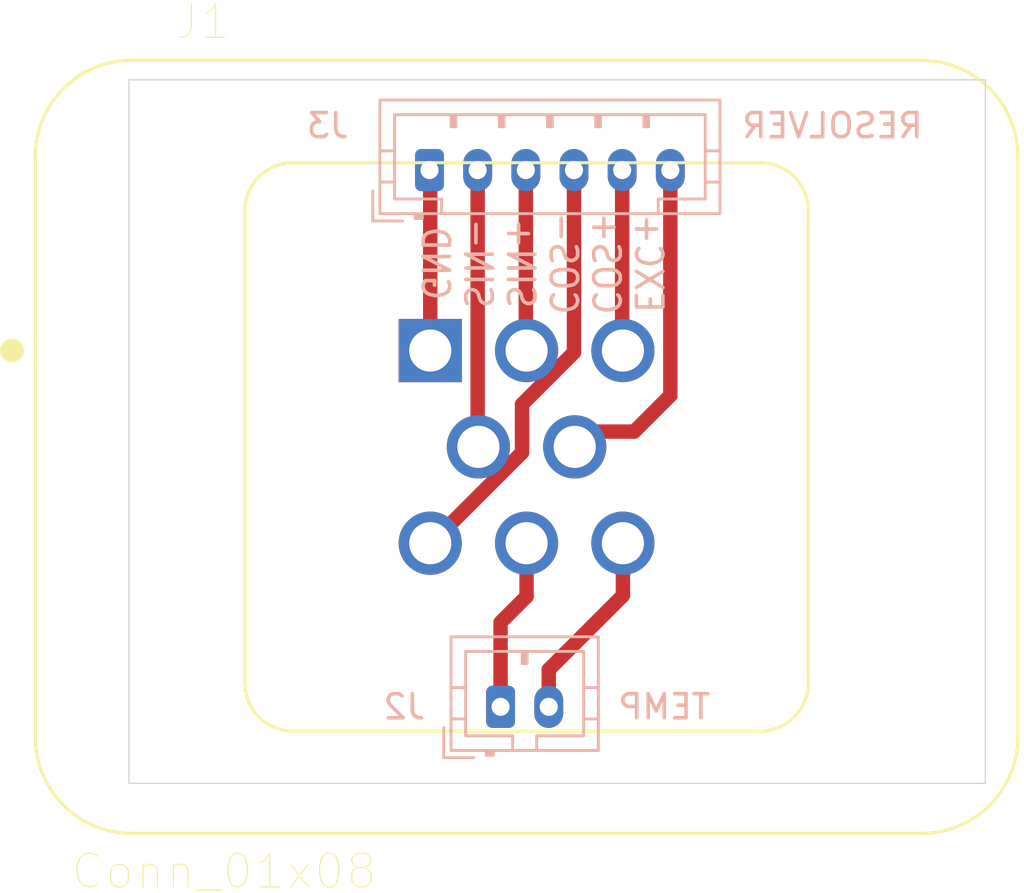
<source format=kicad_pcb>
(kicad_pcb (version 20171130) (host pcbnew 5.1.7-a382d34a8~88~ubuntu18.04.1)

  (general
    (thickness 1.6)
    (drawings 7)
    (tracks 22)
    (zones 0)
    (modules 3)
    (nets 9)
  )

  (page A4)
  (layers
    (0 F.Cu signal)
    (31 B.Cu signal)
    (32 B.Adhes user)
    (33 F.Adhes user)
    (34 B.Paste user)
    (35 F.Paste user)
    (36 B.SilkS user)
    (37 F.SilkS user)
    (38 B.Mask user)
    (39 F.Mask user)
    (40 Dwgs.User user)
    (41 Cmts.User user)
    (42 Eco1.User user)
    (43 Eco2.User user)
    (44 Edge.Cuts user)
    (45 Margin user)
    (46 B.CrtYd user)
    (47 F.CrtYd user)
    (48 B.Fab user hide)
    (49 F.Fab user hide)
  )

  (setup
    (last_trace_width 0.6)
    (user_trace_width 0.3)
    (user_trace_width 0.6)
    (trace_clearance 0.2)
    (zone_clearance 0.508)
    (zone_45_only no)
    (trace_min 0.2)
    (via_size 0.8)
    (via_drill 0.4)
    (via_min_size 0.4)
    (via_min_drill 0.3)
    (uvia_size 0.3)
    (uvia_drill 0.1)
    (uvias_allowed no)
    (uvia_min_size 0.2)
    (uvia_min_drill 0.1)
    (edge_width 0.05)
    (segment_width 0.2)
    (pcb_text_width 0.3)
    (pcb_text_size 1.5 1.5)
    (mod_edge_width 0.12)
    (mod_text_size 1 1)
    (mod_text_width 0.15)
    (pad_size 1.524 1.524)
    (pad_drill 0.762)
    (pad_to_mask_clearance 0)
    (aux_axis_origin 0 0)
    (visible_elements FFFFFF7F)
    (pcbplotparams
      (layerselection 0x010fc_ffffffff)
      (usegerberextensions false)
      (usegerberattributes true)
      (usegerberadvancedattributes true)
      (creategerberjobfile true)
      (excludeedgelayer true)
      (linewidth 0.100000)
      (plotframeref false)
      (viasonmask false)
      (mode 1)
      (useauxorigin false)
      (hpglpennumber 1)
      (hpglpenspeed 20)
      (hpglpendiameter 15.000000)
      (psnegative false)
      (psa4output false)
      (plotreference true)
      (plotvalue true)
      (plotinvisibletext false)
      (padsonsilk false)
      (subtractmaskfromsilk false)
      (outputformat 1)
      (mirror false)
      (drillshape 1)
      (scaleselection 1)
      (outputdirectory ""))
  )

  (net 0 "")
  (net 1 /TEMP-)
  (net 2 /TEMP+)
  (net 3 /COS-)
  (net 4 /EXC+)
  (net 5 /SIN-)
  (net 6 /COS+)
  (net 7 /SIN+)
  (net 8 GND)

  (net_class Default "This is the default net class."
    (clearance 0.2)
    (trace_width 0.25)
    (via_dia 0.8)
    (via_drill 0.4)
    (uvia_dia 0.3)
    (uvia_drill 0.1)
    (add_net /COS+)
    (add_net /COS-)
    (add_net /EXC+)
    (add_net /SIN+)
    (add_net /SIN-)
    (add_net /TEMP+)
    (add_net /TEMP-)
    (add_net GND)
  )

  (module AERO_CUSTOM:TE_1-776276-1_8pin_Vertical (layer F.Cu) (tedit 5CA51419) (tstamp 5FFCEB89)
    (at 138.43 72.39)
    (path /5FFBB53E)
    (fp_text reference J1 (at -13.4511 -17.6484) (layer F.SilkS)
      (effects (font (size 1.40074 1.40074) (thickness 0.05)))
    )
    (fp_text value Conn_01x08 (at -12.5639 17.6235) (layer F.SilkS)
      (effects (font (size 1.40099 1.40099) (thickness 0.05)))
    )
    (fp_arc (start -16.65 -12.3) (end -20.65 -12.3) (angle 90) (layer Eco1.User) (width 0.05))
    (fp_arc (start 16.65 -12.3) (end 16.65 -16.3) (angle 90) (layer Eco1.User) (width 0.05))
    (fp_arc (start 16.65 12.3) (end 20.65 12.3) (angle 90) (layer Eco1.User) (width 0.05))
    (fp_arc (start -16.65 12.3) (end -16.65 16.3) (angle 90) (layer Eco1.User) (width 0.05))
    (fp_arc (start 9.7 9.8) (end 9.7 11.8) (angle -90) (layer Eco2.User) (width 0.127))
    (fp_arc (start 9.7 -9.8) (end 11.7 -9.8) (angle -90) (layer Eco2.User) (width 0.127))
    (fp_arc (start -9.7 -9.8) (end -9.7 -11.8) (angle -90) (layer Eco2.User) (width 0.127))
    (fp_arc (start -9.7 9.8) (end -11.7 9.8) (angle -90) (layer Eco2.User) (width 0.127))
    (fp_arc (start -16.4 -12.05) (end -20.4 -12.05) (angle 90) (layer Eco2.User) (width 0.127))
    (fp_arc (start 16.4 -12.05) (end 16.4 -16.05) (angle 90) (layer Eco2.User) (width 0.127))
    (fp_arc (start 16.4 12.05) (end 20.4 12.05) (angle 90) (layer Eco2.User) (width 0.127))
    (fp_arc (start -16.4 12.05) (end -16.4 16.05) (angle 90) (layer Eco2.User) (width 0.127))
    (fp_arc (start 9.7 9.8) (end 9.7 11.8) (angle -90) (layer F.SilkS) (width 0.127))
    (fp_arc (start 9.7 -9.8) (end 11.7 -9.8) (angle -90) (layer F.SilkS) (width 0.127))
    (fp_arc (start -9.7 -9.8) (end -9.7 -11.8) (angle -90) (layer F.SilkS) (width 0.127))
    (fp_arc (start -9.7 9.8) (end -11.7 9.8) (angle -90) (layer F.SilkS) (width 0.127))
    (fp_arc (start -16.4 -12.05) (end -20.4 -12.05) (angle 90) (layer F.SilkS) (width 0.127))
    (fp_arc (start 16.4 -12.05) (end 16.4 -16.05) (angle 90) (layer F.SilkS) (width 0.127))
    (fp_arc (start 16.4 12.05) (end 20.4 12.05) (angle 90) (layer F.SilkS) (width 0.127))
    (fp_arc (start -16.4 12.05) (end -16.4 16.05) (angle 90) (layer F.SilkS) (width 0.127))
    (fp_line (start -20.4 -12.05) (end -20.4 12.05) (layer F.SilkS) (width 0.127))
    (fp_line (start -16.4 16.05) (end 16.4 16.05) (layer F.SilkS) (width 0.127))
    (fp_line (start 20.4 12.05) (end 20.4 -12.05) (layer F.SilkS) (width 0.127))
    (fp_line (start 16.4 -16.05) (end -16.4 -16.05) (layer F.SilkS) (width 0.127))
    (fp_line (start 9.7 11.8) (end -9.7 11.8) (layer F.SilkS) (width 0.127))
    (fp_line (start -11.7 9.8) (end -11.7 -9.8) (layer F.SilkS) (width 0.127))
    (fp_line (start -9.7 -11.8) (end 9.7 -11.8) (layer F.SilkS) (width 0.127))
    (fp_line (start 11.7 -9.8) (end 11.7 9.8) (layer F.SilkS) (width 0.127))
    (fp_circle (center -21.365 -4) (end -21.115 -4) (layer F.SilkS) (width 0.5))
    (fp_line (start -20.4 -12.05) (end -20.4 12.05) (layer Eco2.User) (width 0.127))
    (fp_line (start -16.4 16.05) (end 16.4 16.05) (layer Eco2.User) (width 0.127))
    (fp_line (start 20.4 12.05) (end 20.4 -12.05) (layer Eco2.User) (width 0.127))
    (fp_line (start 16.4 -16.05) (end -16.4 -16.05) (layer Eco2.User) (width 0.127))
    (fp_line (start 9.7 11.8) (end -9.7 11.8) (layer Eco2.User) (width 0.127))
    (fp_line (start -11.7 9.8) (end -11.7 -9.8) (layer Eco2.User) (width 0.127))
    (fp_line (start -9.7 -11.8) (end 9.7 -11.8) (layer Eco2.User) (width 0.127))
    (fp_line (start 11.7 -9.8) (end 11.7 9.8) (layer Eco2.User) (width 0.127))
    (fp_line (start -20.65 -12.3) (end -20.65 12.3) (layer Eco1.User) (width 0.05))
    (fp_line (start -16.65 16.3) (end 16.65 16.3) (layer Eco1.User) (width 0.05))
    (fp_line (start 20.65 12.3) (end 20.65 -12.3) (layer Eco1.User) (width 0.05))
    (fp_line (start 16.65 -16.3) (end -16.65 -16.3) (layer Eco1.User) (width 0.05))
    (pad Hole np_thru_hole circle (at 15.2 7.3) (size 2 2) (drill 2) (layers *.Cu *.Mask F.SilkS))
    (pad Hole np_thru_hole circle (at -15.2 7.3) (size 2 2) (drill 2) (layers *.Cu *.Mask F.SilkS))
    (pad Hole np_thru_hole circle (at 13.7 -10.8) (size 2 2) (drill 2) (layers *.Cu *.Mask F.SilkS))
    (pad Hole np_thru_hole circle (at -13.7 -10.8) (size 2 2) (drill 2) (layers *.Cu *.Mask F.SilkS))
    (pad 8 thru_hole circle (at 4 4) (size 2.625 2.625) (drill 1.75) (layers *.Cu *.Mask)
      (net 1 /TEMP-))
    (pad 7 thru_hole circle (at 0 4) (size 2.625 2.625) (drill 1.75) (layers *.Cu *.Mask)
      (net 2 /TEMP+))
    (pad 6 thru_hole circle (at -4 4) (size 2.625 2.625) (drill 1.75) (layers *.Cu *.Mask)
      (net 3 /COS-))
    (pad 5 thru_hole circle (at 2 0) (size 2.625 2.625) (drill 1.75) (layers *.Cu *.Mask)
      (net 4 /EXC+))
    (pad 4 thru_hole circle (at -2 0) (size 2.625 2.625) (drill 1.75) (layers *.Cu *.Mask)
      (net 5 /SIN-))
    (pad 3 thru_hole circle (at 4 -4) (size 2.625 2.625) (drill 1.75) (layers *.Cu *.Mask)
      (net 6 /COS+))
    (pad 2 thru_hole circle (at 0 -4) (size 2.625 2.625) (drill 1.75) (layers *.Cu *.Mask)
      (net 7 /SIN+))
    (pad 1 thru_hole rect (at -4 -4) (size 2.625 2.625) (drill 1.75) (layers *.Cu *.Mask)
      (net 8 GND))
    (model /home/cullen/Documents/AERO/KiCad/libraries/Connector_TE-AMPSEAL.pretty/3d/c-1-776276-2-d-3d.stp
      (offset (xyz 0 0 34.28999948501587))
      (scale (xyz 1 1 1))
      (rotate (xyz 0 0 0))
    )
  )

  (module Connector_JST:JST_PH_B6B-PH-K_1x06_P2.00mm_Vertical (layer B.Cu) (tedit 5B7745C2) (tstamp 5FFCE401)
    (at 134.399 60.8965)
    (descr "JST PH series connector, B6B-PH-K (http://www.jst-mfg.com/product/pdf/eng/ePH.pdf), generated with kicad-footprint-generator")
    (tags "connector JST PH side entry")
    (path /5FFBC89E)
    (fp_text reference J3 (at -4.224 -1.8415) (layer B.SilkS)
      (effects (font (size 1 1) (thickness 0.15)) (justify mirror))
    )
    (fp_text value Conn_01x06 (at 5 -4) (layer B.Fab)
      (effects (font (size 1 1) (thickness 0.15)) (justify mirror))
    )
    (fp_text user %R (at 5 -1.5) (layer B.Fab)
      (effects (font (size 1 1) (thickness 0.15)) (justify mirror))
    )
    (fp_line (start -2.06 1.81) (end -2.06 -2.91) (layer B.SilkS) (width 0.12))
    (fp_line (start -2.06 -2.91) (end 12.06 -2.91) (layer B.SilkS) (width 0.12))
    (fp_line (start 12.06 -2.91) (end 12.06 1.81) (layer B.SilkS) (width 0.12))
    (fp_line (start 12.06 1.81) (end -2.06 1.81) (layer B.SilkS) (width 0.12))
    (fp_line (start -0.3 1.81) (end -0.3 2.01) (layer B.SilkS) (width 0.12))
    (fp_line (start -0.3 2.01) (end -0.6 2.01) (layer B.SilkS) (width 0.12))
    (fp_line (start -0.6 2.01) (end -0.6 1.81) (layer B.SilkS) (width 0.12))
    (fp_line (start -0.3 1.91) (end -0.6 1.91) (layer B.SilkS) (width 0.12))
    (fp_line (start 0.5 1.81) (end 0.5 1.2) (layer B.SilkS) (width 0.12))
    (fp_line (start 0.5 1.2) (end -1.45 1.2) (layer B.SilkS) (width 0.12))
    (fp_line (start -1.45 1.2) (end -1.45 -2.3) (layer B.SilkS) (width 0.12))
    (fp_line (start -1.45 -2.3) (end 11.45 -2.3) (layer B.SilkS) (width 0.12))
    (fp_line (start 11.45 -2.3) (end 11.45 1.2) (layer B.SilkS) (width 0.12))
    (fp_line (start 11.45 1.2) (end 9.5 1.2) (layer B.SilkS) (width 0.12))
    (fp_line (start 9.5 1.2) (end 9.5 1.81) (layer B.SilkS) (width 0.12))
    (fp_line (start -2.06 0.5) (end -1.45 0.5) (layer B.SilkS) (width 0.12))
    (fp_line (start -2.06 -0.8) (end -1.45 -0.8) (layer B.SilkS) (width 0.12))
    (fp_line (start 12.06 0.5) (end 11.45 0.5) (layer B.SilkS) (width 0.12))
    (fp_line (start 12.06 -0.8) (end 11.45 -0.8) (layer B.SilkS) (width 0.12))
    (fp_line (start 0.9 -2.3) (end 0.9 -1.8) (layer B.SilkS) (width 0.12))
    (fp_line (start 0.9 -1.8) (end 1.1 -1.8) (layer B.SilkS) (width 0.12))
    (fp_line (start 1.1 -1.8) (end 1.1 -2.3) (layer B.SilkS) (width 0.12))
    (fp_line (start 1 -2.3) (end 1 -1.8) (layer B.SilkS) (width 0.12))
    (fp_line (start 2.9 -2.3) (end 2.9 -1.8) (layer B.SilkS) (width 0.12))
    (fp_line (start 2.9 -1.8) (end 3.1 -1.8) (layer B.SilkS) (width 0.12))
    (fp_line (start 3.1 -1.8) (end 3.1 -2.3) (layer B.SilkS) (width 0.12))
    (fp_line (start 3 -2.3) (end 3 -1.8) (layer B.SilkS) (width 0.12))
    (fp_line (start 4.9 -2.3) (end 4.9 -1.8) (layer B.SilkS) (width 0.12))
    (fp_line (start 4.9 -1.8) (end 5.1 -1.8) (layer B.SilkS) (width 0.12))
    (fp_line (start 5.1 -1.8) (end 5.1 -2.3) (layer B.SilkS) (width 0.12))
    (fp_line (start 5 -2.3) (end 5 -1.8) (layer B.SilkS) (width 0.12))
    (fp_line (start 6.9 -2.3) (end 6.9 -1.8) (layer B.SilkS) (width 0.12))
    (fp_line (start 6.9 -1.8) (end 7.1 -1.8) (layer B.SilkS) (width 0.12))
    (fp_line (start 7.1 -1.8) (end 7.1 -2.3) (layer B.SilkS) (width 0.12))
    (fp_line (start 7 -2.3) (end 7 -1.8) (layer B.SilkS) (width 0.12))
    (fp_line (start 8.9 -2.3) (end 8.9 -1.8) (layer B.SilkS) (width 0.12))
    (fp_line (start 8.9 -1.8) (end 9.1 -1.8) (layer B.SilkS) (width 0.12))
    (fp_line (start 9.1 -1.8) (end 9.1 -2.3) (layer B.SilkS) (width 0.12))
    (fp_line (start 9 -2.3) (end 9 -1.8) (layer B.SilkS) (width 0.12))
    (fp_line (start -1.11 2.11) (end -2.36 2.11) (layer B.SilkS) (width 0.12))
    (fp_line (start -2.36 2.11) (end -2.36 0.86) (layer B.SilkS) (width 0.12))
    (fp_line (start -1.11 2.11) (end -2.36 2.11) (layer B.Fab) (width 0.1))
    (fp_line (start -2.36 2.11) (end -2.36 0.86) (layer B.Fab) (width 0.1))
    (fp_line (start -1.95 1.7) (end -1.95 -2.8) (layer B.Fab) (width 0.1))
    (fp_line (start -1.95 -2.8) (end 11.95 -2.8) (layer B.Fab) (width 0.1))
    (fp_line (start 11.95 -2.8) (end 11.95 1.7) (layer B.Fab) (width 0.1))
    (fp_line (start 11.95 1.7) (end -1.95 1.7) (layer B.Fab) (width 0.1))
    (fp_line (start -2.45 2.2) (end -2.45 -3.3) (layer B.CrtYd) (width 0.05))
    (fp_line (start -2.45 -3.3) (end 12.45 -3.3) (layer B.CrtYd) (width 0.05))
    (fp_line (start 12.45 -3.3) (end 12.45 2.2) (layer B.CrtYd) (width 0.05))
    (fp_line (start 12.45 2.2) (end -2.45 2.2) (layer B.CrtYd) (width 0.05))
    (pad 6 thru_hole oval (at 10 0) (size 1.2 1.75) (drill 0.75) (layers *.Cu *.Mask)
      (net 4 /EXC+))
    (pad 5 thru_hole oval (at 8 0) (size 1.2 1.75) (drill 0.75) (layers *.Cu *.Mask)
      (net 6 /COS+))
    (pad 4 thru_hole oval (at 6 0) (size 1.2 1.75) (drill 0.75) (layers *.Cu *.Mask)
      (net 3 /COS-))
    (pad 3 thru_hole oval (at 4 0) (size 1.2 1.75) (drill 0.75) (layers *.Cu *.Mask)
      (net 7 /SIN+))
    (pad 2 thru_hole oval (at 2 0) (size 1.2 1.75) (drill 0.75) (layers *.Cu *.Mask)
      (net 5 /SIN-))
    (pad 1 thru_hole roundrect (at 0 0) (size 1.2 1.75) (drill 0.75) (layers *.Cu *.Mask) (roundrect_rratio 0.208333)
      (net 8 GND))
    (model ${KISYS3DMOD}/Connector_JST.3dshapes/JST_PH_B6B-PH-K_1x06_P2.00mm_Vertical.wrl
      (at (xyz 0 0 0))
      (scale (xyz 1 1 1))
      (rotate (xyz 0 0 0))
    )
  )

  (module Connector_JST:JST_PH_B2B-PH-K_1x02_P2.00mm_Vertical (layer B.Cu) (tedit 5B7745C2) (tstamp 5FFCEDDF)
    (at 137.3505 83.185)
    (descr "JST PH series connector, B2B-PH-K (http://www.jst-mfg.com/product/pdf/eng/ePH.pdf), generated with kicad-footprint-generator")
    (tags "connector JST PH side entry")
    (path /5FFBC0C0)
    (fp_text reference J2 (at -4.0005 0) (layer B.SilkS)
      (effects (font (size 1 1) (thickness 0.15)) (justify mirror))
    )
    (fp_text value Conn_01x02 (at 1 -4) (layer B.Fab)
      (effects (font (size 1 1) (thickness 0.15)) (justify mirror))
    )
    (fp_text user %R (at 1 -1.5) (layer B.Fab)
      (effects (font (size 1 1) (thickness 0.15)) (justify mirror))
    )
    (fp_line (start -2.06 1.81) (end -2.06 -2.91) (layer B.SilkS) (width 0.12))
    (fp_line (start -2.06 -2.91) (end 4.06 -2.91) (layer B.SilkS) (width 0.12))
    (fp_line (start 4.06 -2.91) (end 4.06 1.81) (layer B.SilkS) (width 0.12))
    (fp_line (start 4.06 1.81) (end -2.06 1.81) (layer B.SilkS) (width 0.12))
    (fp_line (start -0.3 1.81) (end -0.3 2.01) (layer B.SilkS) (width 0.12))
    (fp_line (start -0.3 2.01) (end -0.6 2.01) (layer B.SilkS) (width 0.12))
    (fp_line (start -0.6 2.01) (end -0.6 1.81) (layer B.SilkS) (width 0.12))
    (fp_line (start -0.3 1.91) (end -0.6 1.91) (layer B.SilkS) (width 0.12))
    (fp_line (start 0.5 1.81) (end 0.5 1.2) (layer B.SilkS) (width 0.12))
    (fp_line (start 0.5 1.2) (end -1.45 1.2) (layer B.SilkS) (width 0.12))
    (fp_line (start -1.45 1.2) (end -1.45 -2.3) (layer B.SilkS) (width 0.12))
    (fp_line (start -1.45 -2.3) (end 3.45 -2.3) (layer B.SilkS) (width 0.12))
    (fp_line (start 3.45 -2.3) (end 3.45 1.2) (layer B.SilkS) (width 0.12))
    (fp_line (start 3.45 1.2) (end 1.5 1.2) (layer B.SilkS) (width 0.12))
    (fp_line (start 1.5 1.2) (end 1.5 1.81) (layer B.SilkS) (width 0.12))
    (fp_line (start -2.06 0.5) (end -1.45 0.5) (layer B.SilkS) (width 0.12))
    (fp_line (start -2.06 -0.8) (end -1.45 -0.8) (layer B.SilkS) (width 0.12))
    (fp_line (start 4.06 0.5) (end 3.45 0.5) (layer B.SilkS) (width 0.12))
    (fp_line (start 4.06 -0.8) (end 3.45 -0.8) (layer B.SilkS) (width 0.12))
    (fp_line (start 0.9 -2.3) (end 0.9 -1.8) (layer B.SilkS) (width 0.12))
    (fp_line (start 0.9 -1.8) (end 1.1 -1.8) (layer B.SilkS) (width 0.12))
    (fp_line (start 1.1 -1.8) (end 1.1 -2.3) (layer B.SilkS) (width 0.12))
    (fp_line (start 1 -2.3) (end 1 -1.8) (layer B.SilkS) (width 0.12))
    (fp_line (start -1.11 2.11) (end -2.36 2.11) (layer B.SilkS) (width 0.12))
    (fp_line (start -2.36 2.11) (end -2.36 0.86) (layer B.SilkS) (width 0.12))
    (fp_line (start -1.11 2.11) (end -2.36 2.11) (layer B.Fab) (width 0.1))
    (fp_line (start -2.36 2.11) (end -2.36 0.86) (layer B.Fab) (width 0.1))
    (fp_line (start -1.95 1.7) (end -1.95 -2.8) (layer B.Fab) (width 0.1))
    (fp_line (start -1.95 -2.8) (end 3.95 -2.8) (layer B.Fab) (width 0.1))
    (fp_line (start 3.95 -2.8) (end 3.95 1.7) (layer B.Fab) (width 0.1))
    (fp_line (start 3.95 1.7) (end -1.95 1.7) (layer B.Fab) (width 0.1))
    (fp_line (start -2.45 2.2) (end -2.45 -3.3) (layer B.CrtYd) (width 0.05))
    (fp_line (start -2.45 -3.3) (end 4.45 -3.3) (layer B.CrtYd) (width 0.05))
    (fp_line (start 4.45 -3.3) (end 4.45 2.2) (layer B.CrtYd) (width 0.05))
    (fp_line (start 4.45 2.2) (end -2.45 2.2) (layer B.CrtYd) (width 0.05))
    (pad 2 thru_hole oval (at 2 0) (size 1.2 1.75) (drill 0.75) (layers *.Cu *.Mask)
      (net 1 /TEMP-))
    (pad 1 thru_hole roundrect (at 0 0) (size 1.2 1.75) (drill 0.75) (layers *.Cu *.Mask) (roundrect_rratio 0.208333)
      (net 2 /TEMP+))
    (model ${KISYS3DMOD}/Connector_JST.3dshapes/JST_PH_B2B-PH-K_1x02_P2.00mm_Vertical.wrl
      (at (xyz 0 0 0))
      (scale (xyz 1 1 1))
      (rotate (xyz 0 0 0))
    )
  )

  (gr_text "EXC+\nCOS+\nCOS-\nSIN+\nSIN-\nGND" (at 139.065 64.77 270) (layer B.SilkS)
    (effects (font (size 1.1 1) (thickness 0.15)) (justify mirror))
  )
  (gr_text RESOLVER (at 151.13 59.055) (layer B.SilkS)
    (effects (font (size 1 1) (thickness 0.15)) (justify mirror))
  )
  (gr_text TEMP (at 144.145 83.185) (layer B.SilkS)
    (effects (font (size 1 1) (thickness 0.15)) (justify mirror))
  )
  (gr_line (start 121.92 57.15) (end 121.92 86.36) (layer Edge.Cuts) (width 0.05) (tstamp 5FFCEADE))
  (gr_line (start 157.48 57.15) (end 121.92 57.15) (layer Edge.Cuts) (width 0.05))
  (gr_line (start 157.48 86.36) (end 157.48 57.15) (layer Edge.Cuts) (width 0.05))
  (gr_line (start 121.92 86.36) (end 157.48 86.36) (layer Edge.Cuts) (width 0.05))

  (segment (start 139.3505 83.185) (end 139.3505 81.6422) (width 0.6) (layer F.Cu) (net 1))
  (segment (start 142.43 78.5627) (end 142.43 75.755) (width 0.6) (layer F.Cu) (net 1))
  (segment (start 139.3505 81.6422) (end 142.43 78.5627) (width 0.6) (layer F.Cu) (net 1))
  (segment (start 137.3505 83.185) (end 137.3505 79.6798) (width 0.6) (layer F.Cu) (net 2))
  (segment (start 138.43 78.6003) (end 138.43 75.755) (width 0.6) (layer F.Cu) (net 2))
  (segment (start 137.3505 79.6798) (end 138.43 78.6003) (width 0.6) (layer F.Cu) (net 2))
  (segment (start 135.112502 75.755) (end 134.43 75.755) (width 0.6) (layer F.Cu) (net 3))
  (segment (start 138.242501 72.625001) (end 135.112502 75.755) (width 0.6) (layer F.Cu) (net 3))
  (segment (start 138.242501 70.625001) (end 138.242501 72.625001) (width 0.6) (layer F.Cu) (net 3))
  (segment (start 140.399 60.8965) (end 140.399 68.468502) (width 0.6) (layer F.Cu) (net 3))
  (segment (start 140.399 68.468502) (end 138.242501 70.625001) (width 0.6) (layer F.Cu) (net 3))
  (segment (start 144.399 60.8965) (end 144.399 70.2564) (width 0.6) (layer F.Cu) (net 4))
  (segment (start 142.9004 71.755) (end 140.43 71.755) (width 0.6) (layer F.Cu) (net 4))
  (segment (start 144.399 70.2564) (end 142.9004 71.755) (width 0.6) (layer F.Cu) (net 4))
  (segment (start 136.399 71.724) (end 136.43 71.755) (width 0.6) (layer F.Cu) (net 5))
  (segment (start 136.399 60.8965) (end 136.399 71.724) (width 0.6) (layer F.Cu) (net 5))
  (segment (start 142.399 67.724) (end 142.43 67.755) (width 0.6) (layer F.Cu) (net 6))
  (segment (start 142.399 60.8965) (end 142.399 67.724) (width 0.6) (layer F.Cu) (net 6))
  (segment (start 138.399 67.724) (end 138.43 67.755) (width 0.6) (layer F.Cu) (net 7))
  (segment (start 138.399 60.8965) (end 138.399 67.724) (width 0.6) (layer F.Cu) (net 7))
  (segment (start 134.43 60.9275) (end 134.399 60.8965) (width 0.6) (layer F.Cu) (net 8))
  (segment (start 134.43 67.755) (end 134.43 60.9275) (width 0.6) (layer F.Cu) (net 8))

)

</source>
